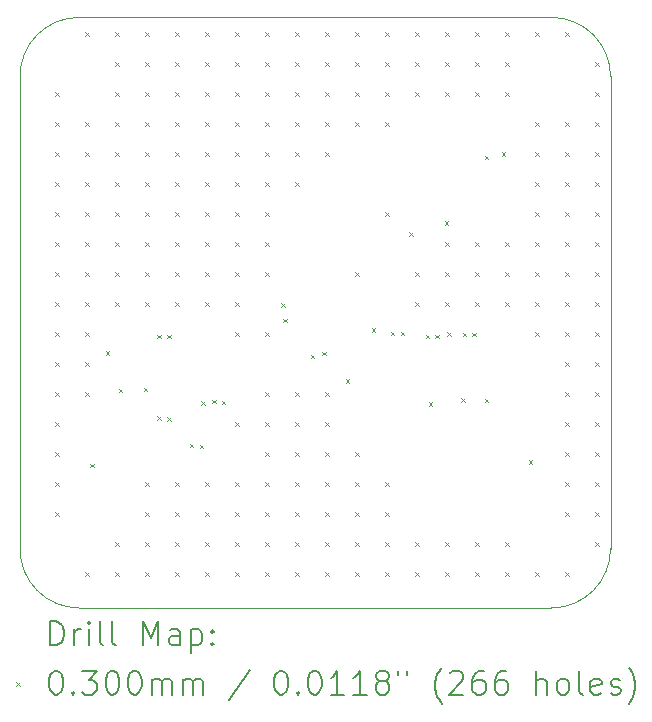
<source format=gbr>
%TF.GenerationSoftware,KiCad,Pcbnew,8.0.1*%
%TF.CreationDate,2025-02-17T15:23:19+05:00*%
%TF.ProjectId,Sensors,53656e73-6f72-4732-9e6b-696361645f70,rev?*%
%TF.SameCoordinates,Original*%
%TF.FileFunction,Drillmap*%
%TF.FilePolarity,Positive*%
%FSLAX45Y45*%
G04 Gerber Fmt 4.5, Leading zero omitted, Abs format (unit mm)*
G04 Created by KiCad (PCBNEW 8.0.1) date 2025-02-17 15:23:19*
%MOMM*%
%LPD*%
G01*
G04 APERTURE LIST*
%ADD10C,0.050000*%
%ADD11C,0.200000*%
%ADD12C,0.100000*%
G04 APERTURE END LIST*
D10*
X15310000Y-13222500D02*
G75*
G02*
X14810000Y-12722500I0J500000D01*
G01*
X19810000Y-8722500D02*
X19810000Y-12722500D01*
X14810000Y-8722500D02*
G75*
G02*
X15310000Y-8222500I500000J0D01*
G01*
X14810000Y-12722500D02*
X14810000Y-8722500D01*
X19810000Y-12722500D02*
G75*
G02*
X19310000Y-13222500I-500000J0D01*
G01*
X15310000Y-8222500D02*
X19310000Y-8222500D01*
X19310000Y-13222500D02*
X15310000Y-13222500D01*
X19310000Y-8222500D02*
G75*
G02*
X19810000Y-8722500I0J-500000D01*
G01*
D11*
D12*
X15110000Y-8855000D02*
X15140000Y-8885000D01*
X15140000Y-8855000D02*
X15110000Y-8885000D01*
X15110000Y-9109000D02*
X15140000Y-9139000D01*
X15140000Y-9109000D02*
X15110000Y-9139000D01*
X15110000Y-9363000D02*
X15140000Y-9393000D01*
X15140000Y-9363000D02*
X15110000Y-9393000D01*
X15110000Y-9617000D02*
X15140000Y-9647000D01*
X15140000Y-9617000D02*
X15110000Y-9647000D01*
X15110000Y-9871000D02*
X15140000Y-9901000D01*
X15140000Y-9871000D02*
X15110000Y-9901000D01*
X15110000Y-10125000D02*
X15140000Y-10155000D01*
X15140000Y-10125000D02*
X15110000Y-10155000D01*
X15110000Y-10379000D02*
X15140000Y-10409000D01*
X15140000Y-10379000D02*
X15110000Y-10409000D01*
X15110000Y-10633000D02*
X15140000Y-10663000D01*
X15140000Y-10633000D02*
X15110000Y-10663000D01*
X15110000Y-10887000D02*
X15140000Y-10917000D01*
X15140000Y-10887000D02*
X15110000Y-10917000D01*
X15110000Y-11141000D02*
X15140000Y-11171000D01*
X15140000Y-11141000D02*
X15110000Y-11171000D01*
X15110000Y-11395000D02*
X15140000Y-11425000D01*
X15140000Y-11395000D02*
X15110000Y-11425000D01*
X15110000Y-11649000D02*
X15140000Y-11679000D01*
X15140000Y-11649000D02*
X15110000Y-11679000D01*
X15110000Y-11903000D02*
X15140000Y-11933000D01*
X15140000Y-11903000D02*
X15110000Y-11933000D01*
X15110000Y-12157000D02*
X15140000Y-12187000D01*
X15140000Y-12157000D02*
X15110000Y-12187000D01*
X15110000Y-12411000D02*
X15140000Y-12441000D01*
X15140000Y-12411000D02*
X15110000Y-12441000D01*
X15364000Y-8347000D02*
X15394000Y-8377000D01*
X15394000Y-8347000D02*
X15364000Y-8377000D01*
X15364000Y-9109000D02*
X15394000Y-9139000D01*
X15394000Y-9109000D02*
X15364000Y-9139000D01*
X15364000Y-9363000D02*
X15394000Y-9393000D01*
X15394000Y-9363000D02*
X15364000Y-9393000D01*
X15364000Y-9617000D02*
X15394000Y-9647000D01*
X15394000Y-9617000D02*
X15364000Y-9647000D01*
X15364000Y-9871000D02*
X15394000Y-9901000D01*
X15394000Y-9871000D02*
X15364000Y-9901000D01*
X15364000Y-10125000D02*
X15394000Y-10155000D01*
X15394000Y-10125000D02*
X15364000Y-10155000D01*
X15364000Y-10379000D02*
X15394000Y-10409000D01*
X15394000Y-10379000D02*
X15364000Y-10409000D01*
X15364000Y-10633000D02*
X15394000Y-10663000D01*
X15394000Y-10633000D02*
X15364000Y-10663000D01*
X15364000Y-10887000D02*
X15394000Y-10917000D01*
X15394000Y-10887000D02*
X15364000Y-10917000D01*
X15364000Y-11141000D02*
X15394000Y-11171000D01*
X15394000Y-11141000D02*
X15364000Y-11171000D01*
X15364000Y-11395000D02*
X15394000Y-11425000D01*
X15394000Y-11395000D02*
X15364000Y-11425000D01*
X15364000Y-12919000D02*
X15394000Y-12949000D01*
X15394000Y-12919000D02*
X15364000Y-12949000D01*
X15405000Y-12000000D02*
X15435000Y-12030000D01*
X15435000Y-12000000D02*
X15405000Y-12030000D01*
X15537500Y-11047500D02*
X15567500Y-11077500D01*
X15567500Y-11047500D02*
X15537500Y-11077500D01*
X15618000Y-8347000D02*
X15648000Y-8377000D01*
X15648000Y-8347000D02*
X15618000Y-8377000D01*
X15618000Y-8601000D02*
X15648000Y-8631000D01*
X15648000Y-8601000D02*
X15618000Y-8631000D01*
X15618000Y-8855000D02*
X15648000Y-8885000D01*
X15648000Y-8855000D02*
X15618000Y-8885000D01*
X15618000Y-9109000D02*
X15648000Y-9139000D01*
X15648000Y-9109000D02*
X15618000Y-9139000D01*
X15618000Y-9363000D02*
X15648000Y-9393000D01*
X15648000Y-9363000D02*
X15618000Y-9393000D01*
X15618000Y-9617000D02*
X15648000Y-9647000D01*
X15648000Y-9617000D02*
X15618000Y-9647000D01*
X15618000Y-9871000D02*
X15648000Y-9901000D01*
X15648000Y-9871000D02*
X15618000Y-9901000D01*
X15618000Y-10125000D02*
X15648000Y-10155000D01*
X15648000Y-10125000D02*
X15618000Y-10155000D01*
X15618000Y-10379000D02*
X15648000Y-10409000D01*
X15648000Y-10379000D02*
X15618000Y-10409000D01*
X15618000Y-10633000D02*
X15648000Y-10663000D01*
X15648000Y-10633000D02*
X15618000Y-10663000D01*
X15618000Y-12665000D02*
X15648000Y-12695000D01*
X15648000Y-12665000D02*
X15618000Y-12695000D01*
X15618000Y-12919000D02*
X15648000Y-12949000D01*
X15648000Y-12919000D02*
X15618000Y-12949000D01*
X15645000Y-11365000D02*
X15675000Y-11395000D01*
X15675000Y-11365000D02*
X15645000Y-11395000D01*
X15857500Y-11360000D02*
X15887500Y-11390000D01*
X15887500Y-11360000D02*
X15857500Y-11390000D01*
X15872000Y-8347000D02*
X15902000Y-8377000D01*
X15902000Y-8347000D02*
X15872000Y-8377000D01*
X15872000Y-8601000D02*
X15902000Y-8631000D01*
X15902000Y-8601000D02*
X15872000Y-8631000D01*
X15872000Y-8855000D02*
X15902000Y-8885000D01*
X15902000Y-8855000D02*
X15872000Y-8885000D01*
X15872000Y-9109000D02*
X15902000Y-9139000D01*
X15902000Y-9109000D02*
X15872000Y-9139000D01*
X15872000Y-9363000D02*
X15902000Y-9393000D01*
X15902000Y-9363000D02*
X15872000Y-9393000D01*
X15872000Y-9617000D02*
X15902000Y-9647000D01*
X15902000Y-9617000D02*
X15872000Y-9647000D01*
X15872000Y-9871000D02*
X15902000Y-9901000D01*
X15902000Y-9871000D02*
X15872000Y-9901000D01*
X15872000Y-10125000D02*
X15902000Y-10155000D01*
X15902000Y-10125000D02*
X15872000Y-10155000D01*
X15872000Y-10379000D02*
X15902000Y-10409000D01*
X15902000Y-10379000D02*
X15872000Y-10409000D01*
X15872000Y-10633000D02*
X15902000Y-10663000D01*
X15902000Y-10633000D02*
X15872000Y-10663000D01*
X15872000Y-12157000D02*
X15902000Y-12187000D01*
X15902000Y-12157000D02*
X15872000Y-12187000D01*
X15872000Y-12411000D02*
X15902000Y-12441000D01*
X15902000Y-12411000D02*
X15872000Y-12441000D01*
X15872000Y-12665000D02*
X15902000Y-12695000D01*
X15902000Y-12665000D02*
X15872000Y-12695000D01*
X15872000Y-12919000D02*
X15902000Y-12949000D01*
X15902000Y-12919000D02*
X15872000Y-12949000D01*
X15972500Y-10907500D02*
X16002500Y-10937500D01*
X16002500Y-10907500D02*
X15972500Y-10937500D01*
X15972500Y-11600000D02*
X16002500Y-11630000D01*
X16002500Y-11600000D02*
X15972500Y-11630000D01*
X16055000Y-10910000D02*
X16085000Y-10940000D01*
X16085000Y-10910000D02*
X16055000Y-10940000D01*
X16057500Y-11607500D02*
X16087500Y-11637500D01*
X16087500Y-11607500D02*
X16057500Y-11637500D01*
X16126000Y-8347000D02*
X16156000Y-8377000D01*
X16156000Y-8347000D02*
X16126000Y-8377000D01*
X16126000Y-8601000D02*
X16156000Y-8631000D01*
X16156000Y-8601000D02*
X16126000Y-8631000D01*
X16126000Y-8855000D02*
X16156000Y-8885000D01*
X16156000Y-8855000D02*
X16126000Y-8885000D01*
X16126000Y-9109000D02*
X16156000Y-9139000D01*
X16156000Y-9109000D02*
X16126000Y-9139000D01*
X16126000Y-9363000D02*
X16156000Y-9393000D01*
X16156000Y-9363000D02*
X16126000Y-9393000D01*
X16126000Y-9617000D02*
X16156000Y-9647000D01*
X16156000Y-9617000D02*
X16126000Y-9647000D01*
X16126000Y-9871000D02*
X16156000Y-9901000D01*
X16156000Y-9871000D02*
X16126000Y-9901000D01*
X16126000Y-10125000D02*
X16156000Y-10155000D01*
X16156000Y-10125000D02*
X16126000Y-10155000D01*
X16126000Y-10379000D02*
X16156000Y-10409000D01*
X16156000Y-10379000D02*
X16126000Y-10409000D01*
X16126000Y-10633000D02*
X16156000Y-10663000D01*
X16156000Y-10633000D02*
X16126000Y-10663000D01*
X16126000Y-12157000D02*
X16156000Y-12187000D01*
X16156000Y-12157000D02*
X16126000Y-12187000D01*
X16126000Y-12411000D02*
X16156000Y-12441000D01*
X16156000Y-12411000D02*
X16126000Y-12441000D01*
X16126000Y-12665000D02*
X16156000Y-12695000D01*
X16156000Y-12665000D02*
X16126000Y-12695000D01*
X16126000Y-12919000D02*
X16156000Y-12949000D01*
X16156000Y-12919000D02*
X16126000Y-12949000D01*
X16247500Y-11832500D02*
X16277500Y-11862500D01*
X16277500Y-11832500D02*
X16247500Y-11862500D01*
X16332500Y-11842500D02*
X16362500Y-11872500D01*
X16362500Y-11842500D02*
X16332500Y-11872500D01*
X16342500Y-11472500D02*
X16372500Y-11502500D01*
X16372500Y-11472500D02*
X16342500Y-11502500D01*
X16380000Y-8347000D02*
X16410000Y-8377000D01*
X16410000Y-8347000D02*
X16380000Y-8377000D01*
X16380000Y-8601000D02*
X16410000Y-8631000D01*
X16410000Y-8601000D02*
X16380000Y-8631000D01*
X16380000Y-8855000D02*
X16410000Y-8885000D01*
X16410000Y-8855000D02*
X16380000Y-8885000D01*
X16380000Y-9109000D02*
X16410000Y-9139000D01*
X16410000Y-9109000D02*
X16380000Y-9139000D01*
X16380000Y-9363000D02*
X16410000Y-9393000D01*
X16410000Y-9363000D02*
X16380000Y-9393000D01*
X16380000Y-9617000D02*
X16410000Y-9647000D01*
X16410000Y-9617000D02*
X16380000Y-9647000D01*
X16380000Y-9871000D02*
X16410000Y-9901000D01*
X16410000Y-9871000D02*
X16380000Y-9901000D01*
X16380000Y-10125000D02*
X16410000Y-10155000D01*
X16410000Y-10125000D02*
X16380000Y-10155000D01*
X16380000Y-10379000D02*
X16410000Y-10409000D01*
X16410000Y-10379000D02*
X16380000Y-10409000D01*
X16380000Y-10633000D02*
X16410000Y-10663000D01*
X16410000Y-10633000D02*
X16380000Y-10663000D01*
X16380000Y-12157000D02*
X16410000Y-12187000D01*
X16410000Y-12157000D02*
X16380000Y-12187000D01*
X16380000Y-12411000D02*
X16410000Y-12441000D01*
X16410000Y-12411000D02*
X16380000Y-12441000D01*
X16380000Y-12665000D02*
X16410000Y-12695000D01*
X16410000Y-12665000D02*
X16380000Y-12695000D01*
X16380000Y-12919000D02*
X16410000Y-12949000D01*
X16410000Y-12919000D02*
X16380000Y-12949000D01*
X16437500Y-11460000D02*
X16467500Y-11490000D01*
X16467500Y-11460000D02*
X16437500Y-11490000D01*
X16517500Y-11467500D02*
X16547500Y-11497500D01*
X16547500Y-11467500D02*
X16517500Y-11497500D01*
X16634000Y-8347000D02*
X16664000Y-8377000D01*
X16664000Y-8347000D02*
X16634000Y-8377000D01*
X16634000Y-8601000D02*
X16664000Y-8631000D01*
X16664000Y-8601000D02*
X16634000Y-8631000D01*
X16634000Y-8855000D02*
X16664000Y-8885000D01*
X16664000Y-8855000D02*
X16634000Y-8885000D01*
X16634000Y-9109000D02*
X16664000Y-9139000D01*
X16664000Y-9109000D02*
X16634000Y-9139000D01*
X16634000Y-9363000D02*
X16664000Y-9393000D01*
X16664000Y-9363000D02*
X16634000Y-9393000D01*
X16634000Y-9617000D02*
X16664000Y-9647000D01*
X16664000Y-9617000D02*
X16634000Y-9647000D01*
X16634000Y-9871000D02*
X16664000Y-9901000D01*
X16664000Y-9871000D02*
X16634000Y-9901000D01*
X16634000Y-10125000D02*
X16664000Y-10155000D01*
X16664000Y-10125000D02*
X16634000Y-10155000D01*
X16634000Y-10379000D02*
X16664000Y-10409000D01*
X16664000Y-10379000D02*
X16634000Y-10409000D01*
X16634000Y-10633000D02*
X16664000Y-10663000D01*
X16664000Y-10633000D02*
X16634000Y-10663000D01*
X16634000Y-10887000D02*
X16664000Y-10917000D01*
X16664000Y-10887000D02*
X16634000Y-10917000D01*
X16634000Y-11649000D02*
X16664000Y-11679000D01*
X16664000Y-11649000D02*
X16634000Y-11679000D01*
X16634000Y-12157000D02*
X16664000Y-12187000D01*
X16664000Y-12157000D02*
X16634000Y-12187000D01*
X16634000Y-12411000D02*
X16664000Y-12441000D01*
X16664000Y-12411000D02*
X16634000Y-12441000D01*
X16634000Y-12665000D02*
X16664000Y-12695000D01*
X16664000Y-12665000D02*
X16634000Y-12695000D01*
X16634000Y-12919000D02*
X16664000Y-12949000D01*
X16664000Y-12919000D02*
X16634000Y-12949000D01*
X16888000Y-8347000D02*
X16918000Y-8377000D01*
X16918000Y-8347000D02*
X16888000Y-8377000D01*
X16888000Y-8601000D02*
X16918000Y-8631000D01*
X16918000Y-8601000D02*
X16888000Y-8631000D01*
X16888000Y-8855000D02*
X16918000Y-8885000D01*
X16918000Y-8855000D02*
X16888000Y-8885000D01*
X16888000Y-9109000D02*
X16918000Y-9139000D01*
X16918000Y-9109000D02*
X16888000Y-9139000D01*
X16888000Y-9363000D02*
X16918000Y-9393000D01*
X16918000Y-9363000D02*
X16888000Y-9393000D01*
X16888000Y-9617000D02*
X16918000Y-9647000D01*
X16918000Y-9617000D02*
X16888000Y-9647000D01*
X16888000Y-9871000D02*
X16918000Y-9901000D01*
X16918000Y-9871000D02*
X16888000Y-9901000D01*
X16888000Y-10125000D02*
X16918000Y-10155000D01*
X16918000Y-10125000D02*
X16888000Y-10155000D01*
X16888000Y-10379000D02*
X16918000Y-10409000D01*
X16918000Y-10379000D02*
X16888000Y-10409000D01*
X16888000Y-10887000D02*
X16918000Y-10917000D01*
X16918000Y-10887000D02*
X16888000Y-10917000D01*
X16888000Y-11395000D02*
X16918000Y-11425000D01*
X16918000Y-11395000D02*
X16888000Y-11425000D01*
X16888000Y-11649000D02*
X16918000Y-11679000D01*
X16918000Y-11649000D02*
X16888000Y-11679000D01*
X16888000Y-11903000D02*
X16918000Y-11933000D01*
X16918000Y-11903000D02*
X16888000Y-11933000D01*
X16888000Y-12157000D02*
X16918000Y-12187000D01*
X16918000Y-12157000D02*
X16888000Y-12187000D01*
X16888000Y-12411000D02*
X16918000Y-12441000D01*
X16918000Y-12411000D02*
X16888000Y-12441000D01*
X16888000Y-12665000D02*
X16918000Y-12695000D01*
X16918000Y-12665000D02*
X16888000Y-12695000D01*
X16888000Y-12919000D02*
X16918000Y-12949000D01*
X16918000Y-12919000D02*
X16888000Y-12949000D01*
X17022500Y-10645000D02*
X17052500Y-10675000D01*
X17052500Y-10645000D02*
X17022500Y-10675000D01*
X17037500Y-10775000D02*
X17067500Y-10805000D01*
X17067500Y-10775000D02*
X17037500Y-10805000D01*
X17142000Y-8347000D02*
X17172000Y-8377000D01*
X17172000Y-8347000D02*
X17142000Y-8377000D01*
X17142000Y-8601000D02*
X17172000Y-8631000D01*
X17172000Y-8601000D02*
X17142000Y-8631000D01*
X17142000Y-8855000D02*
X17172000Y-8885000D01*
X17172000Y-8855000D02*
X17142000Y-8885000D01*
X17142000Y-9109000D02*
X17172000Y-9139000D01*
X17172000Y-9109000D02*
X17142000Y-9139000D01*
X17142000Y-9363000D02*
X17172000Y-9393000D01*
X17172000Y-9363000D02*
X17142000Y-9393000D01*
X17142000Y-9617000D02*
X17172000Y-9647000D01*
X17172000Y-9617000D02*
X17142000Y-9647000D01*
X17142000Y-11395000D02*
X17172000Y-11425000D01*
X17172000Y-11395000D02*
X17142000Y-11425000D01*
X17142000Y-11649000D02*
X17172000Y-11679000D01*
X17172000Y-11649000D02*
X17142000Y-11679000D01*
X17142000Y-11903000D02*
X17172000Y-11933000D01*
X17172000Y-11903000D02*
X17142000Y-11933000D01*
X17142000Y-12157000D02*
X17172000Y-12187000D01*
X17172000Y-12157000D02*
X17142000Y-12187000D01*
X17142000Y-12411000D02*
X17172000Y-12441000D01*
X17172000Y-12411000D02*
X17142000Y-12441000D01*
X17142000Y-12665000D02*
X17172000Y-12695000D01*
X17172000Y-12665000D02*
X17142000Y-12695000D01*
X17142000Y-12919000D02*
X17172000Y-12949000D01*
X17172000Y-12919000D02*
X17142000Y-12949000D01*
X17272500Y-11077500D02*
X17302500Y-11107500D01*
X17302500Y-11077500D02*
X17272500Y-11107500D01*
X17370000Y-11055000D02*
X17400000Y-11085000D01*
X17400000Y-11055000D02*
X17370000Y-11085000D01*
X17396000Y-8347000D02*
X17426000Y-8377000D01*
X17426000Y-8347000D02*
X17396000Y-8377000D01*
X17396000Y-8601000D02*
X17426000Y-8631000D01*
X17426000Y-8601000D02*
X17396000Y-8631000D01*
X17396000Y-8855000D02*
X17426000Y-8885000D01*
X17426000Y-8855000D02*
X17396000Y-8885000D01*
X17396000Y-9109000D02*
X17426000Y-9139000D01*
X17426000Y-9109000D02*
X17396000Y-9139000D01*
X17396000Y-9363000D02*
X17426000Y-9393000D01*
X17426000Y-9363000D02*
X17396000Y-9393000D01*
X17396000Y-11395000D02*
X17426000Y-11425000D01*
X17426000Y-11395000D02*
X17396000Y-11425000D01*
X17396000Y-11649000D02*
X17426000Y-11679000D01*
X17426000Y-11649000D02*
X17396000Y-11679000D01*
X17396000Y-11903000D02*
X17426000Y-11933000D01*
X17426000Y-11903000D02*
X17396000Y-11933000D01*
X17396000Y-12157000D02*
X17426000Y-12187000D01*
X17426000Y-12157000D02*
X17396000Y-12187000D01*
X17396000Y-12411000D02*
X17426000Y-12441000D01*
X17426000Y-12411000D02*
X17396000Y-12441000D01*
X17396000Y-12665000D02*
X17426000Y-12695000D01*
X17426000Y-12665000D02*
X17396000Y-12695000D01*
X17396000Y-12919000D02*
X17426000Y-12949000D01*
X17426000Y-12919000D02*
X17396000Y-12949000D01*
X17570000Y-11287500D02*
X17600000Y-11317500D01*
X17600000Y-11287500D02*
X17570000Y-11317500D01*
X17650000Y-8347000D02*
X17680000Y-8377000D01*
X17680000Y-8347000D02*
X17650000Y-8377000D01*
X17650000Y-8601000D02*
X17680000Y-8631000D01*
X17680000Y-8601000D02*
X17650000Y-8631000D01*
X17650000Y-8855000D02*
X17680000Y-8885000D01*
X17680000Y-8855000D02*
X17650000Y-8885000D01*
X17650000Y-9109000D02*
X17680000Y-9139000D01*
X17680000Y-9109000D02*
X17650000Y-9139000D01*
X17650000Y-10379000D02*
X17680000Y-10409000D01*
X17680000Y-10379000D02*
X17650000Y-10409000D01*
X17650000Y-11903000D02*
X17680000Y-11933000D01*
X17680000Y-11903000D02*
X17650000Y-11933000D01*
X17650000Y-12157000D02*
X17680000Y-12187000D01*
X17680000Y-12157000D02*
X17650000Y-12187000D01*
X17650000Y-12411000D02*
X17680000Y-12441000D01*
X17680000Y-12411000D02*
X17650000Y-12441000D01*
X17650000Y-12665000D02*
X17680000Y-12695000D01*
X17680000Y-12665000D02*
X17650000Y-12695000D01*
X17650000Y-12919000D02*
X17680000Y-12949000D01*
X17680000Y-12919000D02*
X17650000Y-12949000D01*
X17790000Y-10855000D02*
X17820000Y-10885000D01*
X17820000Y-10855000D02*
X17790000Y-10885000D01*
X17904000Y-8347000D02*
X17934000Y-8377000D01*
X17934000Y-8347000D02*
X17904000Y-8377000D01*
X17904000Y-8601000D02*
X17934000Y-8631000D01*
X17934000Y-8601000D02*
X17904000Y-8631000D01*
X17904000Y-8855000D02*
X17934000Y-8885000D01*
X17934000Y-8855000D02*
X17904000Y-8885000D01*
X17904000Y-9109000D02*
X17934000Y-9139000D01*
X17934000Y-9109000D02*
X17904000Y-9139000D01*
X17904000Y-9871000D02*
X17934000Y-9901000D01*
X17934000Y-9871000D02*
X17904000Y-9901000D01*
X17904000Y-12157000D02*
X17934000Y-12187000D01*
X17934000Y-12157000D02*
X17904000Y-12187000D01*
X17904000Y-12411000D02*
X17934000Y-12441000D01*
X17934000Y-12411000D02*
X17904000Y-12441000D01*
X17904000Y-12665000D02*
X17934000Y-12695000D01*
X17934000Y-12665000D02*
X17904000Y-12695000D01*
X17904000Y-12919000D02*
X17934000Y-12949000D01*
X17934000Y-12919000D02*
X17904000Y-12949000D01*
X17947500Y-10882500D02*
X17977500Y-10912500D01*
X17977500Y-10882500D02*
X17947500Y-10912500D01*
X18035000Y-10885000D02*
X18065000Y-10915000D01*
X18065000Y-10885000D02*
X18035000Y-10915000D01*
X18105000Y-10040000D02*
X18135000Y-10070000D01*
X18135000Y-10040000D02*
X18105000Y-10070000D01*
X18158000Y-8347000D02*
X18188000Y-8377000D01*
X18188000Y-8347000D02*
X18158000Y-8377000D01*
X18158000Y-8601000D02*
X18188000Y-8631000D01*
X18188000Y-8601000D02*
X18158000Y-8631000D01*
X18158000Y-8855000D02*
X18188000Y-8885000D01*
X18188000Y-8855000D02*
X18158000Y-8885000D01*
X18158000Y-10379000D02*
X18188000Y-10409000D01*
X18188000Y-10379000D02*
X18158000Y-10409000D01*
X18158000Y-10633000D02*
X18188000Y-10663000D01*
X18188000Y-10633000D02*
X18158000Y-10663000D01*
X18158000Y-12665000D02*
X18188000Y-12695000D01*
X18188000Y-12665000D02*
X18158000Y-12695000D01*
X18158000Y-12919000D02*
X18188000Y-12949000D01*
X18188000Y-12919000D02*
X18158000Y-12949000D01*
X18245000Y-10910000D02*
X18275000Y-10940000D01*
X18275000Y-10910000D02*
X18245000Y-10940000D01*
X18270000Y-11480000D02*
X18300000Y-11510000D01*
X18300000Y-11480000D02*
X18270000Y-11510000D01*
X18327500Y-10907500D02*
X18357500Y-10937500D01*
X18357500Y-10907500D02*
X18327500Y-10937500D01*
X18407500Y-9947500D02*
X18437500Y-9977500D01*
X18437500Y-9947500D02*
X18407500Y-9977500D01*
X18412000Y-8347000D02*
X18442000Y-8377000D01*
X18442000Y-8347000D02*
X18412000Y-8377000D01*
X18412000Y-8601000D02*
X18442000Y-8631000D01*
X18442000Y-8601000D02*
X18412000Y-8631000D01*
X18412000Y-8855000D02*
X18442000Y-8885000D01*
X18442000Y-8855000D02*
X18412000Y-8885000D01*
X18412000Y-10125000D02*
X18442000Y-10155000D01*
X18442000Y-10125000D02*
X18412000Y-10155000D01*
X18412000Y-10379000D02*
X18442000Y-10409000D01*
X18442000Y-10379000D02*
X18412000Y-10409000D01*
X18412000Y-10633000D02*
X18442000Y-10663000D01*
X18442000Y-10633000D02*
X18412000Y-10663000D01*
X18412000Y-12665000D02*
X18442000Y-12695000D01*
X18442000Y-12665000D02*
X18412000Y-12695000D01*
X18412000Y-12919000D02*
X18442000Y-12949000D01*
X18442000Y-12919000D02*
X18412000Y-12949000D01*
X18427500Y-10887500D02*
X18457500Y-10917500D01*
X18457500Y-10887500D02*
X18427500Y-10917500D01*
X18547500Y-11447500D02*
X18577500Y-11477500D01*
X18577500Y-11447500D02*
X18547500Y-11477500D01*
X18557500Y-10892500D02*
X18587500Y-10922500D01*
X18587500Y-10892500D02*
X18557500Y-10922500D01*
X18640000Y-10892500D02*
X18670000Y-10922500D01*
X18670000Y-10892500D02*
X18640000Y-10922500D01*
X18666000Y-8347000D02*
X18696000Y-8377000D01*
X18696000Y-8347000D02*
X18666000Y-8377000D01*
X18666000Y-8601000D02*
X18696000Y-8631000D01*
X18696000Y-8601000D02*
X18666000Y-8631000D01*
X18666000Y-8855000D02*
X18696000Y-8885000D01*
X18696000Y-8855000D02*
X18666000Y-8885000D01*
X18666000Y-10125000D02*
X18696000Y-10155000D01*
X18696000Y-10125000D02*
X18666000Y-10155000D01*
X18666000Y-10379000D02*
X18696000Y-10409000D01*
X18696000Y-10379000D02*
X18666000Y-10409000D01*
X18666000Y-10633000D02*
X18696000Y-10663000D01*
X18696000Y-10633000D02*
X18666000Y-10663000D01*
X18666000Y-12665000D02*
X18696000Y-12695000D01*
X18696000Y-12665000D02*
X18666000Y-12695000D01*
X18666000Y-12919000D02*
X18696000Y-12949000D01*
X18696000Y-12919000D02*
X18666000Y-12949000D01*
X18745000Y-9395000D02*
X18775000Y-9425000D01*
X18775000Y-9395000D02*
X18745000Y-9425000D01*
X18745000Y-11452500D02*
X18775000Y-11482500D01*
X18775000Y-11452500D02*
X18745000Y-11482500D01*
X18890000Y-9365000D02*
X18920000Y-9395000D01*
X18920000Y-9365000D02*
X18890000Y-9395000D01*
X18920000Y-8347000D02*
X18950000Y-8377000D01*
X18950000Y-8347000D02*
X18920000Y-8377000D01*
X18920000Y-8601000D02*
X18950000Y-8631000D01*
X18950000Y-8601000D02*
X18920000Y-8631000D01*
X18920000Y-8855000D02*
X18950000Y-8885000D01*
X18950000Y-8855000D02*
X18920000Y-8885000D01*
X18920000Y-10125000D02*
X18950000Y-10155000D01*
X18950000Y-10125000D02*
X18920000Y-10155000D01*
X18920000Y-10379000D02*
X18950000Y-10409000D01*
X18950000Y-10379000D02*
X18920000Y-10409000D01*
X18920000Y-10633000D02*
X18950000Y-10663000D01*
X18950000Y-10633000D02*
X18920000Y-10663000D01*
X18920000Y-12665000D02*
X18950000Y-12695000D01*
X18950000Y-12665000D02*
X18920000Y-12695000D01*
X18920000Y-12919000D02*
X18950000Y-12949000D01*
X18950000Y-12919000D02*
X18920000Y-12949000D01*
X19117500Y-11970000D02*
X19147500Y-12000000D01*
X19147500Y-11970000D02*
X19117500Y-12000000D01*
X19174000Y-8347000D02*
X19204000Y-8377000D01*
X19204000Y-8347000D02*
X19174000Y-8377000D01*
X19174000Y-9109000D02*
X19204000Y-9139000D01*
X19204000Y-9109000D02*
X19174000Y-9139000D01*
X19174000Y-9363000D02*
X19204000Y-9393000D01*
X19204000Y-9363000D02*
X19174000Y-9393000D01*
X19174000Y-9617000D02*
X19204000Y-9647000D01*
X19204000Y-9617000D02*
X19174000Y-9647000D01*
X19174000Y-9871000D02*
X19204000Y-9901000D01*
X19204000Y-9871000D02*
X19174000Y-9901000D01*
X19174000Y-10125000D02*
X19204000Y-10155000D01*
X19204000Y-10125000D02*
X19174000Y-10155000D01*
X19174000Y-10379000D02*
X19204000Y-10409000D01*
X19204000Y-10379000D02*
X19174000Y-10409000D01*
X19174000Y-10633000D02*
X19204000Y-10663000D01*
X19204000Y-10633000D02*
X19174000Y-10663000D01*
X19174000Y-10887000D02*
X19204000Y-10917000D01*
X19204000Y-10887000D02*
X19174000Y-10917000D01*
X19174000Y-12919000D02*
X19204000Y-12949000D01*
X19204000Y-12919000D02*
X19174000Y-12949000D01*
X19428000Y-8347000D02*
X19458000Y-8377000D01*
X19458000Y-8347000D02*
X19428000Y-8377000D01*
X19428000Y-9109000D02*
X19458000Y-9139000D01*
X19458000Y-9109000D02*
X19428000Y-9139000D01*
X19428000Y-9363000D02*
X19458000Y-9393000D01*
X19458000Y-9363000D02*
X19428000Y-9393000D01*
X19428000Y-9617000D02*
X19458000Y-9647000D01*
X19458000Y-9617000D02*
X19428000Y-9647000D01*
X19428000Y-9871000D02*
X19458000Y-9901000D01*
X19458000Y-9871000D02*
X19428000Y-9901000D01*
X19428000Y-10125000D02*
X19458000Y-10155000D01*
X19458000Y-10125000D02*
X19428000Y-10155000D01*
X19428000Y-10379000D02*
X19458000Y-10409000D01*
X19458000Y-10379000D02*
X19428000Y-10409000D01*
X19428000Y-10633000D02*
X19458000Y-10663000D01*
X19458000Y-10633000D02*
X19428000Y-10663000D01*
X19428000Y-10887000D02*
X19458000Y-10917000D01*
X19458000Y-10887000D02*
X19428000Y-10917000D01*
X19428000Y-11141000D02*
X19458000Y-11171000D01*
X19458000Y-11141000D02*
X19428000Y-11171000D01*
X19428000Y-11395000D02*
X19458000Y-11425000D01*
X19458000Y-11395000D02*
X19428000Y-11425000D01*
X19428000Y-11649000D02*
X19458000Y-11679000D01*
X19458000Y-11649000D02*
X19428000Y-11679000D01*
X19428000Y-11903000D02*
X19458000Y-11933000D01*
X19458000Y-11903000D02*
X19428000Y-11933000D01*
X19428000Y-12157000D02*
X19458000Y-12187000D01*
X19458000Y-12157000D02*
X19428000Y-12187000D01*
X19428000Y-12411000D02*
X19458000Y-12441000D01*
X19458000Y-12411000D02*
X19428000Y-12441000D01*
X19428000Y-12919000D02*
X19458000Y-12949000D01*
X19458000Y-12919000D02*
X19428000Y-12949000D01*
X19682000Y-8601000D02*
X19712000Y-8631000D01*
X19712000Y-8601000D02*
X19682000Y-8631000D01*
X19682000Y-8855000D02*
X19712000Y-8885000D01*
X19712000Y-8855000D02*
X19682000Y-8885000D01*
X19682000Y-9109000D02*
X19712000Y-9139000D01*
X19712000Y-9109000D02*
X19682000Y-9139000D01*
X19682000Y-9363000D02*
X19712000Y-9393000D01*
X19712000Y-9363000D02*
X19682000Y-9393000D01*
X19682000Y-9617000D02*
X19712000Y-9647000D01*
X19712000Y-9617000D02*
X19682000Y-9647000D01*
X19682000Y-9871000D02*
X19712000Y-9901000D01*
X19712000Y-9871000D02*
X19682000Y-9901000D01*
X19682000Y-10125000D02*
X19712000Y-10155000D01*
X19712000Y-10125000D02*
X19682000Y-10155000D01*
X19682000Y-10379000D02*
X19712000Y-10409000D01*
X19712000Y-10379000D02*
X19682000Y-10409000D01*
X19682000Y-10633000D02*
X19712000Y-10663000D01*
X19712000Y-10633000D02*
X19682000Y-10663000D01*
X19682000Y-10887000D02*
X19712000Y-10917000D01*
X19712000Y-10887000D02*
X19682000Y-10917000D01*
X19682000Y-11141000D02*
X19712000Y-11171000D01*
X19712000Y-11141000D02*
X19682000Y-11171000D01*
X19682000Y-11395000D02*
X19712000Y-11425000D01*
X19712000Y-11395000D02*
X19682000Y-11425000D01*
X19682000Y-11649000D02*
X19712000Y-11679000D01*
X19712000Y-11649000D02*
X19682000Y-11679000D01*
X19682000Y-11903000D02*
X19712000Y-11933000D01*
X19712000Y-11903000D02*
X19682000Y-11933000D01*
X19682000Y-12157000D02*
X19712000Y-12187000D01*
X19712000Y-12157000D02*
X19682000Y-12187000D01*
X19682000Y-12411000D02*
X19712000Y-12441000D01*
X19712000Y-12411000D02*
X19682000Y-12441000D01*
X19682000Y-12665000D02*
X19712000Y-12695000D01*
X19712000Y-12665000D02*
X19682000Y-12695000D01*
D11*
X15068277Y-13536484D02*
X15068277Y-13336484D01*
X15068277Y-13336484D02*
X15115896Y-13336484D01*
X15115896Y-13336484D02*
X15144467Y-13346008D01*
X15144467Y-13346008D02*
X15163515Y-13365055D01*
X15163515Y-13365055D02*
X15173039Y-13384103D01*
X15173039Y-13384103D02*
X15182562Y-13422198D01*
X15182562Y-13422198D02*
X15182562Y-13450769D01*
X15182562Y-13450769D02*
X15173039Y-13488865D01*
X15173039Y-13488865D02*
X15163515Y-13507912D01*
X15163515Y-13507912D02*
X15144467Y-13526960D01*
X15144467Y-13526960D02*
X15115896Y-13536484D01*
X15115896Y-13536484D02*
X15068277Y-13536484D01*
X15268277Y-13536484D02*
X15268277Y-13403150D01*
X15268277Y-13441246D02*
X15277801Y-13422198D01*
X15277801Y-13422198D02*
X15287324Y-13412674D01*
X15287324Y-13412674D02*
X15306372Y-13403150D01*
X15306372Y-13403150D02*
X15325420Y-13403150D01*
X15392086Y-13536484D02*
X15392086Y-13403150D01*
X15392086Y-13336484D02*
X15382562Y-13346008D01*
X15382562Y-13346008D02*
X15392086Y-13355531D01*
X15392086Y-13355531D02*
X15401610Y-13346008D01*
X15401610Y-13346008D02*
X15392086Y-13336484D01*
X15392086Y-13336484D02*
X15392086Y-13355531D01*
X15515896Y-13536484D02*
X15496848Y-13526960D01*
X15496848Y-13526960D02*
X15487324Y-13507912D01*
X15487324Y-13507912D02*
X15487324Y-13336484D01*
X15620658Y-13536484D02*
X15601610Y-13526960D01*
X15601610Y-13526960D02*
X15592086Y-13507912D01*
X15592086Y-13507912D02*
X15592086Y-13336484D01*
X15849229Y-13536484D02*
X15849229Y-13336484D01*
X15849229Y-13336484D02*
X15915896Y-13479341D01*
X15915896Y-13479341D02*
X15982562Y-13336484D01*
X15982562Y-13336484D02*
X15982562Y-13536484D01*
X16163515Y-13536484D02*
X16163515Y-13431722D01*
X16163515Y-13431722D02*
X16153991Y-13412674D01*
X16153991Y-13412674D02*
X16134943Y-13403150D01*
X16134943Y-13403150D02*
X16096848Y-13403150D01*
X16096848Y-13403150D02*
X16077801Y-13412674D01*
X16163515Y-13526960D02*
X16144467Y-13536484D01*
X16144467Y-13536484D02*
X16096848Y-13536484D01*
X16096848Y-13536484D02*
X16077801Y-13526960D01*
X16077801Y-13526960D02*
X16068277Y-13507912D01*
X16068277Y-13507912D02*
X16068277Y-13488865D01*
X16068277Y-13488865D02*
X16077801Y-13469817D01*
X16077801Y-13469817D02*
X16096848Y-13460293D01*
X16096848Y-13460293D02*
X16144467Y-13460293D01*
X16144467Y-13460293D02*
X16163515Y-13450769D01*
X16258753Y-13403150D02*
X16258753Y-13603150D01*
X16258753Y-13412674D02*
X16277801Y-13403150D01*
X16277801Y-13403150D02*
X16315896Y-13403150D01*
X16315896Y-13403150D02*
X16334943Y-13412674D01*
X16334943Y-13412674D02*
X16344467Y-13422198D01*
X16344467Y-13422198D02*
X16353991Y-13441246D01*
X16353991Y-13441246D02*
X16353991Y-13498388D01*
X16353991Y-13498388D02*
X16344467Y-13517436D01*
X16344467Y-13517436D02*
X16334943Y-13526960D01*
X16334943Y-13526960D02*
X16315896Y-13536484D01*
X16315896Y-13536484D02*
X16277801Y-13536484D01*
X16277801Y-13536484D02*
X16258753Y-13526960D01*
X16439705Y-13517436D02*
X16449229Y-13526960D01*
X16449229Y-13526960D02*
X16439705Y-13536484D01*
X16439705Y-13536484D02*
X16430182Y-13526960D01*
X16430182Y-13526960D02*
X16439705Y-13517436D01*
X16439705Y-13517436D02*
X16439705Y-13536484D01*
X16439705Y-13412674D02*
X16449229Y-13422198D01*
X16449229Y-13422198D02*
X16439705Y-13431722D01*
X16439705Y-13431722D02*
X16430182Y-13422198D01*
X16430182Y-13422198D02*
X16439705Y-13412674D01*
X16439705Y-13412674D02*
X16439705Y-13431722D01*
D12*
X14777500Y-13850000D02*
X14807500Y-13880000D01*
X14807500Y-13850000D02*
X14777500Y-13880000D01*
D11*
X15106372Y-13756484D02*
X15125420Y-13756484D01*
X15125420Y-13756484D02*
X15144467Y-13766008D01*
X15144467Y-13766008D02*
X15153991Y-13775531D01*
X15153991Y-13775531D02*
X15163515Y-13794579D01*
X15163515Y-13794579D02*
X15173039Y-13832674D01*
X15173039Y-13832674D02*
X15173039Y-13880293D01*
X15173039Y-13880293D02*
X15163515Y-13918388D01*
X15163515Y-13918388D02*
X15153991Y-13937436D01*
X15153991Y-13937436D02*
X15144467Y-13946960D01*
X15144467Y-13946960D02*
X15125420Y-13956484D01*
X15125420Y-13956484D02*
X15106372Y-13956484D01*
X15106372Y-13956484D02*
X15087324Y-13946960D01*
X15087324Y-13946960D02*
X15077801Y-13937436D01*
X15077801Y-13937436D02*
X15068277Y-13918388D01*
X15068277Y-13918388D02*
X15058753Y-13880293D01*
X15058753Y-13880293D02*
X15058753Y-13832674D01*
X15058753Y-13832674D02*
X15068277Y-13794579D01*
X15068277Y-13794579D02*
X15077801Y-13775531D01*
X15077801Y-13775531D02*
X15087324Y-13766008D01*
X15087324Y-13766008D02*
X15106372Y-13756484D01*
X15258753Y-13937436D02*
X15268277Y-13946960D01*
X15268277Y-13946960D02*
X15258753Y-13956484D01*
X15258753Y-13956484D02*
X15249229Y-13946960D01*
X15249229Y-13946960D02*
X15258753Y-13937436D01*
X15258753Y-13937436D02*
X15258753Y-13956484D01*
X15334943Y-13756484D02*
X15458753Y-13756484D01*
X15458753Y-13756484D02*
X15392086Y-13832674D01*
X15392086Y-13832674D02*
X15420658Y-13832674D01*
X15420658Y-13832674D02*
X15439705Y-13842198D01*
X15439705Y-13842198D02*
X15449229Y-13851722D01*
X15449229Y-13851722D02*
X15458753Y-13870769D01*
X15458753Y-13870769D02*
X15458753Y-13918388D01*
X15458753Y-13918388D02*
X15449229Y-13937436D01*
X15449229Y-13937436D02*
X15439705Y-13946960D01*
X15439705Y-13946960D02*
X15420658Y-13956484D01*
X15420658Y-13956484D02*
X15363515Y-13956484D01*
X15363515Y-13956484D02*
X15344467Y-13946960D01*
X15344467Y-13946960D02*
X15334943Y-13937436D01*
X15582562Y-13756484D02*
X15601610Y-13756484D01*
X15601610Y-13756484D02*
X15620658Y-13766008D01*
X15620658Y-13766008D02*
X15630182Y-13775531D01*
X15630182Y-13775531D02*
X15639705Y-13794579D01*
X15639705Y-13794579D02*
X15649229Y-13832674D01*
X15649229Y-13832674D02*
X15649229Y-13880293D01*
X15649229Y-13880293D02*
X15639705Y-13918388D01*
X15639705Y-13918388D02*
X15630182Y-13937436D01*
X15630182Y-13937436D02*
X15620658Y-13946960D01*
X15620658Y-13946960D02*
X15601610Y-13956484D01*
X15601610Y-13956484D02*
X15582562Y-13956484D01*
X15582562Y-13956484D02*
X15563515Y-13946960D01*
X15563515Y-13946960D02*
X15553991Y-13937436D01*
X15553991Y-13937436D02*
X15544467Y-13918388D01*
X15544467Y-13918388D02*
X15534943Y-13880293D01*
X15534943Y-13880293D02*
X15534943Y-13832674D01*
X15534943Y-13832674D02*
X15544467Y-13794579D01*
X15544467Y-13794579D02*
X15553991Y-13775531D01*
X15553991Y-13775531D02*
X15563515Y-13766008D01*
X15563515Y-13766008D02*
X15582562Y-13756484D01*
X15773039Y-13756484D02*
X15792086Y-13756484D01*
X15792086Y-13756484D02*
X15811134Y-13766008D01*
X15811134Y-13766008D02*
X15820658Y-13775531D01*
X15820658Y-13775531D02*
X15830182Y-13794579D01*
X15830182Y-13794579D02*
X15839705Y-13832674D01*
X15839705Y-13832674D02*
X15839705Y-13880293D01*
X15839705Y-13880293D02*
X15830182Y-13918388D01*
X15830182Y-13918388D02*
X15820658Y-13937436D01*
X15820658Y-13937436D02*
X15811134Y-13946960D01*
X15811134Y-13946960D02*
X15792086Y-13956484D01*
X15792086Y-13956484D02*
X15773039Y-13956484D01*
X15773039Y-13956484D02*
X15753991Y-13946960D01*
X15753991Y-13946960D02*
X15744467Y-13937436D01*
X15744467Y-13937436D02*
X15734943Y-13918388D01*
X15734943Y-13918388D02*
X15725420Y-13880293D01*
X15725420Y-13880293D02*
X15725420Y-13832674D01*
X15725420Y-13832674D02*
X15734943Y-13794579D01*
X15734943Y-13794579D02*
X15744467Y-13775531D01*
X15744467Y-13775531D02*
X15753991Y-13766008D01*
X15753991Y-13766008D02*
X15773039Y-13756484D01*
X15925420Y-13956484D02*
X15925420Y-13823150D01*
X15925420Y-13842198D02*
X15934943Y-13832674D01*
X15934943Y-13832674D02*
X15953991Y-13823150D01*
X15953991Y-13823150D02*
X15982563Y-13823150D01*
X15982563Y-13823150D02*
X16001610Y-13832674D01*
X16001610Y-13832674D02*
X16011134Y-13851722D01*
X16011134Y-13851722D02*
X16011134Y-13956484D01*
X16011134Y-13851722D02*
X16020658Y-13832674D01*
X16020658Y-13832674D02*
X16039705Y-13823150D01*
X16039705Y-13823150D02*
X16068277Y-13823150D01*
X16068277Y-13823150D02*
X16087324Y-13832674D01*
X16087324Y-13832674D02*
X16096848Y-13851722D01*
X16096848Y-13851722D02*
X16096848Y-13956484D01*
X16192086Y-13956484D02*
X16192086Y-13823150D01*
X16192086Y-13842198D02*
X16201610Y-13832674D01*
X16201610Y-13832674D02*
X16220658Y-13823150D01*
X16220658Y-13823150D02*
X16249229Y-13823150D01*
X16249229Y-13823150D02*
X16268277Y-13832674D01*
X16268277Y-13832674D02*
X16277801Y-13851722D01*
X16277801Y-13851722D02*
X16277801Y-13956484D01*
X16277801Y-13851722D02*
X16287324Y-13832674D01*
X16287324Y-13832674D02*
X16306372Y-13823150D01*
X16306372Y-13823150D02*
X16334943Y-13823150D01*
X16334943Y-13823150D02*
X16353991Y-13832674D01*
X16353991Y-13832674D02*
X16363515Y-13851722D01*
X16363515Y-13851722D02*
X16363515Y-13956484D01*
X16753991Y-13746960D02*
X16582563Y-14004103D01*
X17011134Y-13756484D02*
X17030182Y-13756484D01*
X17030182Y-13756484D02*
X17049229Y-13766008D01*
X17049229Y-13766008D02*
X17058753Y-13775531D01*
X17058753Y-13775531D02*
X17068277Y-13794579D01*
X17068277Y-13794579D02*
X17077801Y-13832674D01*
X17077801Y-13832674D02*
X17077801Y-13880293D01*
X17077801Y-13880293D02*
X17068277Y-13918388D01*
X17068277Y-13918388D02*
X17058753Y-13937436D01*
X17058753Y-13937436D02*
X17049229Y-13946960D01*
X17049229Y-13946960D02*
X17030182Y-13956484D01*
X17030182Y-13956484D02*
X17011134Y-13956484D01*
X17011134Y-13956484D02*
X16992087Y-13946960D01*
X16992087Y-13946960D02*
X16982563Y-13937436D01*
X16982563Y-13937436D02*
X16973039Y-13918388D01*
X16973039Y-13918388D02*
X16963515Y-13880293D01*
X16963515Y-13880293D02*
X16963515Y-13832674D01*
X16963515Y-13832674D02*
X16973039Y-13794579D01*
X16973039Y-13794579D02*
X16982563Y-13775531D01*
X16982563Y-13775531D02*
X16992087Y-13766008D01*
X16992087Y-13766008D02*
X17011134Y-13756484D01*
X17163515Y-13937436D02*
X17173039Y-13946960D01*
X17173039Y-13946960D02*
X17163515Y-13956484D01*
X17163515Y-13956484D02*
X17153991Y-13946960D01*
X17153991Y-13946960D02*
X17163515Y-13937436D01*
X17163515Y-13937436D02*
X17163515Y-13956484D01*
X17296848Y-13756484D02*
X17315896Y-13756484D01*
X17315896Y-13756484D02*
X17334944Y-13766008D01*
X17334944Y-13766008D02*
X17344468Y-13775531D01*
X17344468Y-13775531D02*
X17353991Y-13794579D01*
X17353991Y-13794579D02*
X17363515Y-13832674D01*
X17363515Y-13832674D02*
X17363515Y-13880293D01*
X17363515Y-13880293D02*
X17353991Y-13918388D01*
X17353991Y-13918388D02*
X17344468Y-13937436D01*
X17344468Y-13937436D02*
X17334944Y-13946960D01*
X17334944Y-13946960D02*
X17315896Y-13956484D01*
X17315896Y-13956484D02*
X17296848Y-13956484D01*
X17296848Y-13956484D02*
X17277801Y-13946960D01*
X17277801Y-13946960D02*
X17268277Y-13937436D01*
X17268277Y-13937436D02*
X17258753Y-13918388D01*
X17258753Y-13918388D02*
X17249229Y-13880293D01*
X17249229Y-13880293D02*
X17249229Y-13832674D01*
X17249229Y-13832674D02*
X17258753Y-13794579D01*
X17258753Y-13794579D02*
X17268277Y-13775531D01*
X17268277Y-13775531D02*
X17277801Y-13766008D01*
X17277801Y-13766008D02*
X17296848Y-13756484D01*
X17553991Y-13956484D02*
X17439706Y-13956484D01*
X17496848Y-13956484D02*
X17496848Y-13756484D01*
X17496848Y-13756484D02*
X17477801Y-13785055D01*
X17477801Y-13785055D02*
X17458753Y-13804103D01*
X17458753Y-13804103D02*
X17439706Y-13813627D01*
X17744468Y-13956484D02*
X17630182Y-13956484D01*
X17687325Y-13956484D02*
X17687325Y-13756484D01*
X17687325Y-13756484D02*
X17668277Y-13785055D01*
X17668277Y-13785055D02*
X17649229Y-13804103D01*
X17649229Y-13804103D02*
X17630182Y-13813627D01*
X17858753Y-13842198D02*
X17839706Y-13832674D01*
X17839706Y-13832674D02*
X17830182Y-13823150D01*
X17830182Y-13823150D02*
X17820658Y-13804103D01*
X17820658Y-13804103D02*
X17820658Y-13794579D01*
X17820658Y-13794579D02*
X17830182Y-13775531D01*
X17830182Y-13775531D02*
X17839706Y-13766008D01*
X17839706Y-13766008D02*
X17858753Y-13756484D01*
X17858753Y-13756484D02*
X17896849Y-13756484D01*
X17896849Y-13756484D02*
X17915896Y-13766008D01*
X17915896Y-13766008D02*
X17925420Y-13775531D01*
X17925420Y-13775531D02*
X17934944Y-13794579D01*
X17934944Y-13794579D02*
X17934944Y-13804103D01*
X17934944Y-13804103D02*
X17925420Y-13823150D01*
X17925420Y-13823150D02*
X17915896Y-13832674D01*
X17915896Y-13832674D02*
X17896849Y-13842198D01*
X17896849Y-13842198D02*
X17858753Y-13842198D01*
X17858753Y-13842198D02*
X17839706Y-13851722D01*
X17839706Y-13851722D02*
X17830182Y-13861246D01*
X17830182Y-13861246D02*
X17820658Y-13880293D01*
X17820658Y-13880293D02*
X17820658Y-13918388D01*
X17820658Y-13918388D02*
X17830182Y-13937436D01*
X17830182Y-13937436D02*
X17839706Y-13946960D01*
X17839706Y-13946960D02*
X17858753Y-13956484D01*
X17858753Y-13956484D02*
X17896849Y-13956484D01*
X17896849Y-13956484D02*
X17915896Y-13946960D01*
X17915896Y-13946960D02*
X17925420Y-13937436D01*
X17925420Y-13937436D02*
X17934944Y-13918388D01*
X17934944Y-13918388D02*
X17934944Y-13880293D01*
X17934944Y-13880293D02*
X17925420Y-13861246D01*
X17925420Y-13861246D02*
X17915896Y-13851722D01*
X17915896Y-13851722D02*
X17896849Y-13842198D01*
X18011134Y-13756484D02*
X18011134Y-13794579D01*
X18087325Y-13756484D02*
X18087325Y-13794579D01*
X18382563Y-14032674D02*
X18373039Y-14023150D01*
X18373039Y-14023150D02*
X18353991Y-13994579D01*
X18353991Y-13994579D02*
X18344468Y-13975531D01*
X18344468Y-13975531D02*
X18334944Y-13946960D01*
X18334944Y-13946960D02*
X18325420Y-13899341D01*
X18325420Y-13899341D02*
X18325420Y-13861246D01*
X18325420Y-13861246D02*
X18334944Y-13813627D01*
X18334944Y-13813627D02*
X18344468Y-13785055D01*
X18344468Y-13785055D02*
X18353991Y-13766008D01*
X18353991Y-13766008D02*
X18373039Y-13737436D01*
X18373039Y-13737436D02*
X18382563Y-13727912D01*
X18449230Y-13775531D02*
X18458753Y-13766008D01*
X18458753Y-13766008D02*
X18477801Y-13756484D01*
X18477801Y-13756484D02*
X18525420Y-13756484D01*
X18525420Y-13756484D02*
X18544468Y-13766008D01*
X18544468Y-13766008D02*
X18553991Y-13775531D01*
X18553991Y-13775531D02*
X18563515Y-13794579D01*
X18563515Y-13794579D02*
X18563515Y-13813627D01*
X18563515Y-13813627D02*
X18553991Y-13842198D01*
X18553991Y-13842198D02*
X18439706Y-13956484D01*
X18439706Y-13956484D02*
X18563515Y-13956484D01*
X18734944Y-13756484D02*
X18696849Y-13756484D01*
X18696849Y-13756484D02*
X18677801Y-13766008D01*
X18677801Y-13766008D02*
X18668277Y-13775531D01*
X18668277Y-13775531D02*
X18649230Y-13804103D01*
X18649230Y-13804103D02*
X18639706Y-13842198D01*
X18639706Y-13842198D02*
X18639706Y-13918388D01*
X18639706Y-13918388D02*
X18649230Y-13937436D01*
X18649230Y-13937436D02*
X18658753Y-13946960D01*
X18658753Y-13946960D02*
X18677801Y-13956484D01*
X18677801Y-13956484D02*
X18715896Y-13956484D01*
X18715896Y-13956484D02*
X18734944Y-13946960D01*
X18734944Y-13946960D02*
X18744468Y-13937436D01*
X18744468Y-13937436D02*
X18753991Y-13918388D01*
X18753991Y-13918388D02*
X18753991Y-13870769D01*
X18753991Y-13870769D02*
X18744468Y-13851722D01*
X18744468Y-13851722D02*
X18734944Y-13842198D01*
X18734944Y-13842198D02*
X18715896Y-13832674D01*
X18715896Y-13832674D02*
X18677801Y-13832674D01*
X18677801Y-13832674D02*
X18658753Y-13842198D01*
X18658753Y-13842198D02*
X18649230Y-13851722D01*
X18649230Y-13851722D02*
X18639706Y-13870769D01*
X18925420Y-13756484D02*
X18887325Y-13756484D01*
X18887325Y-13756484D02*
X18868277Y-13766008D01*
X18868277Y-13766008D02*
X18858753Y-13775531D01*
X18858753Y-13775531D02*
X18839706Y-13804103D01*
X18839706Y-13804103D02*
X18830182Y-13842198D01*
X18830182Y-13842198D02*
X18830182Y-13918388D01*
X18830182Y-13918388D02*
X18839706Y-13937436D01*
X18839706Y-13937436D02*
X18849230Y-13946960D01*
X18849230Y-13946960D02*
X18868277Y-13956484D01*
X18868277Y-13956484D02*
X18906372Y-13956484D01*
X18906372Y-13956484D02*
X18925420Y-13946960D01*
X18925420Y-13946960D02*
X18934944Y-13937436D01*
X18934944Y-13937436D02*
X18944468Y-13918388D01*
X18944468Y-13918388D02*
X18944468Y-13870769D01*
X18944468Y-13870769D02*
X18934944Y-13851722D01*
X18934944Y-13851722D02*
X18925420Y-13842198D01*
X18925420Y-13842198D02*
X18906372Y-13832674D01*
X18906372Y-13832674D02*
X18868277Y-13832674D01*
X18868277Y-13832674D02*
X18849230Y-13842198D01*
X18849230Y-13842198D02*
X18839706Y-13851722D01*
X18839706Y-13851722D02*
X18830182Y-13870769D01*
X19182563Y-13956484D02*
X19182563Y-13756484D01*
X19268277Y-13956484D02*
X19268277Y-13851722D01*
X19268277Y-13851722D02*
X19258753Y-13832674D01*
X19258753Y-13832674D02*
X19239706Y-13823150D01*
X19239706Y-13823150D02*
X19211134Y-13823150D01*
X19211134Y-13823150D02*
X19192087Y-13832674D01*
X19192087Y-13832674D02*
X19182563Y-13842198D01*
X19392087Y-13956484D02*
X19373039Y-13946960D01*
X19373039Y-13946960D02*
X19363515Y-13937436D01*
X19363515Y-13937436D02*
X19353992Y-13918388D01*
X19353992Y-13918388D02*
X19353992Y-13861246D01*
X19353992Y-13861246D02*
X19363515Y-13842198D01*
X19363515Y-13842198D02*
X19373039Y-13832674D01*
X19373039Y-13832674D02*
X19392087Y-13823150D01*
X19392087Y-13823150D02*
X19420658Y-13823150D01*
X19420658Y-13823150D02*
X19439706Y-13832674D01*
X19439706Y-13832674D02*
X19449230Y-13842198D01*
X19449230Y-13842198D02*
X19458753Y-13861246D01*
X19458753Y-13861246D02*
X19458753Y-13918388D01*
X19458753Y-13918388D02*
X19449230Y-13937436D01*
X19449230Y-13937436D02*
X19439706Y-13946960D01*
X19439706Y-13946960D02*
X19420658Y-13956484D01*
X19420658Y-13956484D02*
X19392087Y-13956484D01*
X19573039Y-13956484D02*
X19553992Y-13946960D01*
X19553992Y-13946960D02*
X19544468Y-13927912D01*
X19544468Y-13927912D02*
X19544468Y-13756484D01*
X19725420Y-13946960D02*
X19706373Y-13956484D01*
X19706373Y-13956484D02*
X19668277Y-13956484D01*
X19668277Y-13956484D02*
X19649230Y-13946960D01*
X19649230Y-13946960D02*
X19639706Y-13927912D01*
X19639706Y-13927912D02*
X19639706Y-13851722D01*
X19639706Y-13851722D02*
X19649230Y-13832674D01*
X19649230Y-13832674D02*
X19668277Y-13823150D01*
X19668277Y-13823150D02*
X19706373Y-13823150D01*
X19706373Y-13823150D02*
X19725420Y-13832674D01*
X19725420Y-13832674D02*
X19734944Y-13851722D01*
X19734944Y-13851722D02*
X19734944Y-13870769D01*
X19734944Y-13870769D02*
X19639706Y-13889817D01*
X19811134Y-13946960D02*
X19830182Y-13956484D01*
X19830182Y-13956484D02*
X19868277Y-13956484D01*
X19868277Y-13956484D02*
X19887325Y-13946960D01*
X19887325Y-13946960D02*
X19896849Y-13927912D01*
X19896849Y-13927912D02*
X19896849Y-13918388D01*
X19896849Y-13918388D02*
X19887325Y-13899341D01*
X19887325Y-13899341D02*
X19868277Y-13889817D01*
X19868277Y-13889817D02*
X19839706Y-13889817D01*
X19839706Y-13889817D02*
X19820658Y-13880293D01*
X19820658Y-13880293D02*
X19811134Y-13861246D01*
X19811134Y-13861246D02*
X19811134Y-13851722D01*
X19811134Y-13851722D02*
X19820658Y-13832674D01*
X19820658Y-13832674D02*
X19839706Y-13823150D01*
X19839706Y-13823150D02*
X19868277Y-13823150D01*
X19868277Y-13823150D02*
X19887325Y-13832674D01*
X19963515Y-14032674D02*
X19973039Y-14023150D01*
X19973039Y-14023150D02*
X19992087Y-13994579D01*
X19992087Y-13994579D02*
X20001611Y-13975531D01*
X20001611Y-13975531D02*
X20011134Y-13946960D01*
X20011134Y-13946960D02*
X20020658Y-13899341D01*
X20020658Y-13899341D02*
X20020658Y-13861246D01*
X20020658Y-13861246D02*
X20011134Y-13813627D01*
X20011134Y-13813627D02*
X20001611Y-13785055D01*
X20001611Y-13785055D02*
X19992087Y-13766008D01*
X19992087Y-13766008D02*
X19973039Y-13737436D01*
X19973039Y-13737436D02*
X19963515Y-13727912D01*
M02*

</source>
